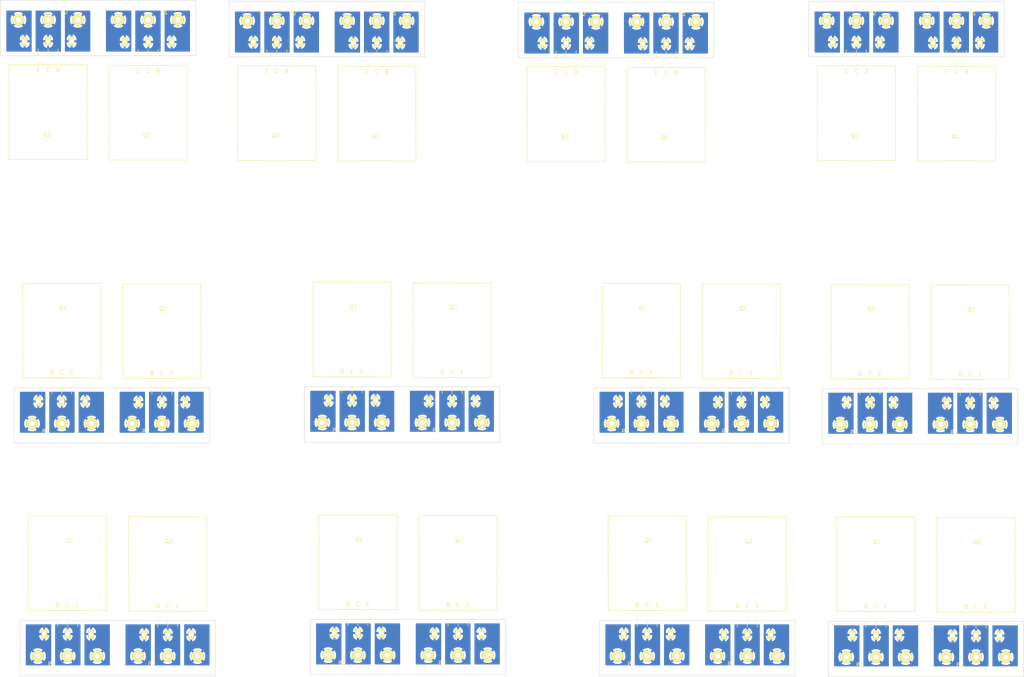
<source format=kicad_pcb>
(kicad_pcb (version 4) (host pcbnew "(after 2015-mar-04 BZR unknown)-product")
  (layers (0 F.Cu signal) (31 B.Cu signal) (34 B.Paste user) (35 F.Paste user) (36 B.SilkS user) (37 F.SilkS user) (38 B.Mask user) (39 F.Mask user) (44 Edge.Cuts user))
  (net 0 "")
  (net 1 "Net-(P1-Pad1)")
  (net 2 "Net-(P1-Pad2)")
  (net 3 "Net-(P1-Pad3)")
  (net 4 "Net-(P2-Pad1)")
  (net 5 "Net-(P2-Pad2)")
  (net 6 "Net-(P2-Pad3)")
  (module pcb:transistor_salida (layer F.Cu) (at 134.05 119.9)
    (fp_text reference Q2 (at 0.29972 -23.91016) (layer F.SilkS))
    (fp_text value Q_NPN_BCE)
    (fp_text user E (at 2.54 -7.39) (layer F.SilkS))
    (fp_text user C (at 0 -7.39) (layer F.SilkS))
    (fp_text user B (at -2.54 -7.39) (layer F.SilkS))
    (pad 2 thru_hole oval (at 0 0 90) (size 2.49936 1.50114) (drill 1.00076) (layers *.Cu *.Mask F.SilkS) (net 5 "Net-(P2-Pad2)"))
    (pad 1 thru_hole oval (at -6 0 90) (size 2.49936 1.50114) (drill 1.00076) (layers *.Cu *.Mask F.SilkS) (net 4 "Net-(P2-Pad1)"))
    (pad 3 thru_hole oval (at 6 0 90) (size 2.49936 1.50114) (drill 1.00076) (layers *.Cu *.Mask F.SilkS) (net 6 "Net-(P2-Pad3)"))
  )
  (module pcb:transistor_salida (layer F.Cu) (at 108.45 119.725)
    (fp_text reference Q1 (at 0.29972 -23.91016) (layer F.SilkS))
    (fp_text value Q_NPN_BCE)
    (fp_text user E (at 2.54 -7.39) (layer F.SilkS))
    (fp_text user C (at 0 -7.39) (layer F.SilkS))
    (fp_text user B (at -2.54 -7.39) (layer F.SilkS))
    (pad 2 thru_hole oval (at 0 0 90) (size 2.49936 1.50114) (drill 1.00076) (layers *.Cu *.Mask F.SilkS) (net 2 "Net-(P1-Pad2)"))
    (pad 1 thru_hole oval (at -6 0 90) (size 2.49936 1.50114) (drill 1.00076) (layers *.Cu *.Mask F.SilkS) (net 1 "Net-(P1-Pad1)"))
    (pad 3 thru_hole oval (at 6 0 90) (size 2.49936 1.50114) (drill 1.00076) (layers *.Cu *.Mask F.SilkS) (net 3 "Net-(P1-Pad3)"))
  )
  (module pcb:bornera_grande (layer F.Cu) (at 126.45 125.375)
    (fp_text reference P2 (at 3.5 2) (layer F.SilkS))
    (fp_text value CONN_01X03)
    (pad 1 thru_hole circle (at 0 0) (size 3 3) (drill 1.3) (layers *.Mask B.Cu F.SilkS) (net 4 "Net-(P2-Pad1)") (clearance 0.3))
    (pad 2 thru_hole circle (at 7.6 0) (size 3 3) (drill 1.3) (layers *.Mask B.Cu F.SilkS) (net 5 "Net-(P2-Pad2)") (clearance 0.3))
    (pad 3 thru_hole circle (at 15.2 0) (size 3 3) (drill 1.3) (layers *.Mask B.Cu F.SilkS) (net 6 "Net-(P2-Pad3)") (clearance 0.3))
  )
  (module pcb:bornera_grande (layer F.Cu) (at 100.85 125.375)
    (fp_text reference P1 (at 3.5 2) (layer F.SilkS))
    (fp_text value CONN_01X03)
    (pad 1 thru_hole circle (at 0 0) (size 3 3) (drill 1.3) (layers *.Mask B.Cu F.SilkS) (net 1 "Net-(P1-Pad1)") (clearance 0.3))
    (pad 2 thru_hole circle (at 7.6 0) (size 3 3) (drill 1.3) (layers *.Mask B.Cu F.SilkS) (net 2 "Net-(P1-Pad2)") (clearance 0.3))
    (pad 3 thru_hole circle (at 15.2 0) (size 3 3) (drill 1.3) (layers *.Mask B.Cu F.SilkS) (net 3 "Net-(P1-Pad3)") (clearance 0.3))
  )
  (module pcb:bornera_grande (layer F.Cu) (at 26.6 125.625)
    (fp_text reference P1 (at 3.5 2) (layer F.SilkS))
    (fp_text value CONN_01X03)
    (pad 1 thru_hole circle (at 0 0) (size 3 3) (drill 1.3) (layers *.Mask B.Cu F.SilkS) (net 1 "Net-(P1-Pad1)") (clearance 0.3))
    (pad 2 thru_hole circle (at 7.6 0) (size 3 3) (drill 1.3) (layers *.Mask B.Cu F.SilkS) (net 2 "Net-(P1-Pad2)") (clearance 0.3))
    (pad 3 thru_hole circle (at 15.2 0) (size 3 3) (drill 1.3) (layers *.Mask B.Cu F.SilkS) (net 3 "Net-(P1-Pad3)") (clearance 0.3))
  )
  (module pcb:bornera_grande (layer F.Cu) (at 52.2 125.625)
    (fp_text reference P2 (at 3.5 2) (layer F.SilkS))
    (fp_text value CONN_01X03)
    (pad 1 thru_hole circle (at 0 0) (size 3 3) (drill 1.3) (layers *.Mask B.Cu F.SilkS) (net 4 "Net-(P2-Pad1)") (clearance 0.3))
    (pad 2 thru_hole circle (at 7.6 0) (size 3 3) (drill 1.3) (layers *.Mask B.Cu F.SilkS) (net 5 "Net-(P2-Pad2)") (clearance 0.3))
    (pad 3 thru_hole circle (at 15.2 0) (size 3 3) (drill 1.3) (layers *.Mask B.Cu F.SilkS) (net 6 "Net-(P2-Pad3)") (clearance 0.3))
  )
  (module pcb:transistor_salida (layer F.Cu) (at 34.2 119.975)
    (fp_text reference Q1 (at 0.29972 -23.91016) (layer F.SilkS))
    (fp_text value Q_NPN_BCE)
    (fp_text user E (at 2.54 -7.39) (layer F.SilkS))
    (fp_text user C (at 0 -7.39) (layer F.SilkS))
    (fp_text user B (at -2.54 -7.39) (layer F.SilkS))
    (pad 2 thru_hole oval (at 0 0 90) (size 2.49936 1.50114) (drill 1.00076) (layers *.Cu *.Mask F.SilkS) (net 2 "Net-(P1-Pad2)"))
    (pad 1 thru_hole oval (at -6 0 90) (size 2.49936 1.50114) (drill 1.00076) (layers *.Cu *.Mask F.SilkS) (net 1 "Net-(P1-Pad1)"))
    (pad 3 thru_hole oval (at 6 0 90) (size 2.49936 1.50114) (drill 1.00076) (layers *.Cu *.Mask F.SilkS) (net 3 "Net-(P1-Pad3)"))
  )
  (module pcb:transistor_salida (layer F.Cu) (at 59.8 120.15)
    (fp_text reference Q2 (at 0.29972 -23.91016) (layer F.SilkS))
    (fp_text value Q_NPN_BCE)
    (fp_text user E (at 2.54 -7.39) (layer F.SilkS))
    (fp_text user C (at 0 -7.39) (layer F.SilkS))
    (fp_text user B (at -2.54 -7.39) (layer F.SilkS))
    (pad 2 thru_hole oval (at 0 0 90) (size 2.49936 1.50114) (drill 1.00076) (layers *.Cu *.Mask F.SilkS) (net 5 "Net-(P2-Pad2)"))
    (pad 1 thru_hole oval (at -6 0 90) (size 2.49936 1.50114) (drill 1.00076) (layers *.Cu *.Mask F.SilkS) (net 4 "Net-(P2-Pad1)"))
    (pad 3 thru_hole oval (at 6 0 90) (size 2.49936 1.50114) (drill 1.00076) (layers *.Cu *.Mask F.SilkS) (net 6 "Net-(P2-Pad3)"))
  )
  (module pcb:transistor_salida (layer F.Cu) (at 208.05 120.15)
    (fp_text reference Q2 (at 0.29972 -23.91016) (layer F.SilkS))
    (fp_text value Q_NPN_BCE)
    (fp_text user E (at 2.54 -7.39) (layer F.SilkS))
    (fp_text user C (at 0 -7.39) (layer F.SilkS))
    (fp_text user B (at -2.54 -7.39) (layer F.SilkS))
    (pad 2 thru_hole oval (at 0 0 90) (size 2.49936 1.50114) (drill 1.00076) (layers *.Cu *.Mask F.SilkS) (net 5 "Net-(P2-Pad2)"))
    (pad 1 thru_hole oval (at -6 0 90) (size 2.49936 1.50114) (drill 1.00076) (layers *.Cu *.Mask F.SilkS) (net 4 "Net-(P2-Pad1)"))
    (pad 3 thru_hole oval (at 6 0 90) (size 2.49936 1.50114) (drill 1.00076) (layers *.Cu *.Mask F.SilkS) (net 6 "Net-(P2-Pad3)"))
  )
  (module pcb:transistor_salida (layer F.Cu) (at 182.45 119.975)
    (fp_text reference Q1 (at 0.29972 -23.91016) (layer F.SilkS))
    (fp_text value Q_NPN_BCE)
    (fp_text user E (at 2.54 -7.39) (layer F.SilkS))
    (fp_text user C (at 0 -7.39) (layer F.SilkS))
    (fp_text user B (at -2.54 -7.39) (layer F.SilkS))
    (pad 2 thru_hole oval (at 0 0 90) (size 2.49936 1.50114) (drill 1.00076) (layers *.Cu *.Mask F.SilkS) (net 2 "Net-(P1-Pad2)"))
    (pad 1 thru_hole oval (at -6 0 90) (size 2.49936 1.50114) (drill 1.00076) (layers *.Cu *.Mask F.SilkS) (net 1 "Net-(P1-Pad1)"))
    (pad 3 thru_hole oval (at 6 0 90) (size 2.49936 1.50114) (drill 1.00076) (layers *.Cu *.Mask F.SilkS) (net 3 "Net-(P1-Pad3)"))
  )
  (module pcb:bornera_grande (layer F.Cu) (at 200.45 125.625)
    (fp_text reference P2 (at 3.5 2) (layer F.SilkS))
    (fp_text value CONN_01X03)
    (pad 1 thru_hole circle (at 0 0) (size 3 3) (drill 1.3) (layers *.Mask B.Cu F.SilkS) (net 4 "Net-(P2-Pad1)") (clearance 0.3))
    (pad 2 thru_hole circle (at 7.6 0) (size 3 3) (drill 1.3) (layers *.Mask B.Cu F.SilkS) (net 5 "Net-(P2-Pad2)") (clearance 0.3))
    (pad 3 thru_hole circle (at 15.2 0) (size 3 3) (drill 1.3) (layers *.Mask B.Cu F.SilkS) (net 6 "Net-(P2-Pad3)") (clearance 0.3))
  )
  (module pcb:bornera_grande (layer F.Cu) (at 174.85 125.625)
    (fp_text reference P1 (at 3.5 2) (layer F.SilkS))
    (fp_text value CONN_01X03)
    (pad 1 thru_hole circle (at 0 0) (size 3 3) (drill 1.3) (layers *.Mask B.Cu F.SilkS) (net 1 "Net-(P1-Pad1)") (clearance 0.3))
    (pad 2 thru_hole circle (at 7.6 0) (size 3 3) (drill 1.3) (layers *.Mask B.Cu F.SilkS) (net 2 "Net-(P1-Pad2)") (clearance 0.3))
    (pad 3 thru_hole circle (at 15.2 0) (size 3 3) (drill 1.3) (layers *.Mask B.Cu F.SilkS) (net 3 "Net-(P1-Pad3)") (clearance 0.3))
  )
  (module pcb:bornera_grande (layer F.Cu) (at 233.35 125.875)
    (fp_text reference P1 (at 3.5 2) (layer F.SilkS))
    (fp_text value CONN_01X03)
    (pad 1 thru_hole circle (at 0 0) (size 3 3) (drill 1.3) (layers *.Mask B.Cu F.SilkS) (net 1 "Net-(P1-Pad1)") (clearance 0.3))
    (pad 2 thru_hole circle (at 7.6 0) (size 3 3) (drill 1.3) (layers *.Mask B.Cu F.SilkS) (net 2 "Net-(P1-Pad2)") (clearance 0.3))
    (pad 3 thru_hole circle (at 15.2 0) (size 3 3) (drill 1.3) (layers *.Mask B.Cu F.SilkS) (net 3 "Net-(P1-Pad3)") (clearance 0.3))
  )
  (module pcb:bornera_grande (layer F.Cu) (at 258.95 125.875)
    (fp_text reference P2 (at 3.5 2) (layer F.SilkS))
    (fp_text value CONN_01X03)
    (pad 1 thru_hole circle (at 0 0) (size 3 3) (drill 1.3) (layers *.Mask B.Cu F.SilkS) (net 4 "Net-(P2-Pad1)") (clearance 0.3))
    (pad 2 thru_hole circle (at 7.6 0) (size 3 3) (drill 1.3) (layers *.Mask B.Cu F.SilkS) (net 5 "Net-(P2-Pad2)") (clearance 0.3))
    (pad 3 thru_hole circle (at 15.2 0) (size 3 3) (drill 1.3) (layers *.Mask B.Cu F.SilkS) (net 6 "Net-(P2-Pad3)") (clearance 0.3))
  )
  (module pcb:transistor_salida (layer F.Cu) (at 240.95 120.225)
    (fp_text reference Q1 (at 0.29972 -23.91016) (layer F.SilkS))
    (fp_text value Q_NPN_BCE)
    (fp_text user E (at 2.54 -7.39) (layer F.SilkS))
    (fp_text user C (at 0 -7.39) (layer F.SilkS))
    (fp_text user B (at -2.54 -7.39) (layer F.SilkS))
    (pad 2 thru_hole oval (at 0 0 90) (size 2.49936 1.50114) (drill 1.00076) (layers *.Cu *.Mask F.SilkS) (net 2 "Net-(P1-Pad2)"))
    (pad 1 thru_hole oval (at -6 0 90) (size 2.49936 1.50114) (drill 1.00076) (layers *.Cu *.Mask F.SilkS) (net 1 "Net-(P1-Pad1)"))
    (pad 3 thru_hole oval (at 6 0 90) (size 2.49936 1.50114) (drill 1.00076) (layers *.Cu *.Mask F.SilkS) (net 3 "Net-(P1-Pad3)"))
  )
  (module pcb:transistor_salida (layer F.Cu) (at 266.55 120.4)
    (fp_text reference Q2 (at 0.29972 -23.91016) (layer F.SilkS))
    (fp_text value Q_NPN_BCE)
    (fp_text user E (at 2.54 -7.39) (layer F.SilkS))
    (fp_text user C (at 0 -7.39) (layer F.SilkS))
    (fp_text user B (at -2.54 -7.39) (layer F.SilkS))
    (pad 2 thru_hole oval (at 0 0 90) (size 2.49936 1.50114) (drill 1.00076) (layers *.Cu *.Mask F.SilkS) (net 5 "Net-(P2-Pad2)"))
    (pad 1 thru_hole oval (at -6 0 90) (size 2.49936 1.50114) (drill 1.00076) (layers *.Cu *.Mask F.SilkS) (net 4 "Net-(P2-Pad1)"))
    (pad 3 thru_hole oval (at 6 0 90) (size 2.49936 1.50114) (drill 1.00076) (layers *.Cu *.Mask F.SilkS) (net 6 "Net-(P2-Pad3)"))
  )
  (module pcb:transistor_salida (layer F.Cu) (at 268.05 179.9)
    (fp_text reference Q2 (at 0.29972 -23.91016) (layer F.SilkS))
    (fp_text value Q_NPN_BCE)
    (fp_text user E (at 2.54 -7.39) (layer F.SilkS))
    (fp_text user C (at 0 -7.39) (layer F.SilkS))
    (fp_text user B (at -2.54 -7.39) (layer F.SilkS))
    (pad 2 thru_hole oval (at 0 0 90) (size 2.49936 1.50114) (drill 1.00076) (layers *.Cu *.Mask F.SilkS) (net 5 "Net-(P2-Pad2)"))
    (pad 1 thru_hole oval (at -6 0 90) (size 2.49936 1.50114) (drill 1.00076) (layers *.Cu *.Mask F.SilkS) (net 4 "Net-(P2-Pad1)"))
    (pad 3 thru_hole oval (at 6 0 90) (size 2.49936 1.50114) (drill 1.00076) (layers *.Cu *.Mask F.SilkS) (net 6 "Net-(P2-Pad3)"))
  )
  (module pcb:transistor_salida (layer F.Cu) (at 242.45 179.725)
    (fp_text reference Q1 (at 0.29972 -23.91016) (layer F.SilkS))
    (fp_text value Q_NPN_BCE)
    (fp_text user E (at 2.54 -7.39) (layer F.SilkS))
    (fp_text user C (at 0 -7.39) (layer F.SilkS))
    (fp_text user B (at -2.54 -7.39) (layer F.SilkS))
    (pad 2 thru_hole oval (at 0 0 90) (size 2.49936 1.50114) (drill 1.00076) (layers *.Cu *.Mask F.SilkS) (net 2 "Net-(P1-Pad2)"))
    (pad 1 thru_hole oval (at -6 0 90) (size 2.49936 1.50114) (drill 1.00076) (layers *.Cu *.Mask F.SilkS) (net 1 "Net-(P1-Pad1)"))
    (pad 3 thru_hole oval (at 6 0 90) (size 2.49936 1.50114) (drill 1.00076) (layers *.Cu *.Mask F.SilkS) (net 3 "Net-(P1-Pad3)"))
  )
  (module pcb:bornera_grande (layer F.Cu) (at 260.45 185.375)
    (fp_text reference P2 (at 3.5 2) (layer F.SilkS))
    (fp_text value CONN_01X03)
    (pad 1 thru_hole circle (at 0 0) (size 3 3) (drill 1.3) (layers *.Mask B.Cu F.SilkS) (net 4 "Net-(P2-Pad1)") (clearance 0.3))
    (pad 2 thru_hole circle (at 7.6 0) (size 3 3) (drill 1.3) (layers *.Mask B.Cu F.SilkS) (net 5 "Net-(P2-Pad2)") (clearance 0.3))
    (pad 3 thru_hole circle (at 15.2 0) (size 3 3) (drill 1.3) (layers *.Mask B.Cu F.SilkS) (net 6 "Net-(P2-Pad3)") (clearance 0.3))
  )
  (module pcb:bornera_grande (layer F.Cu) (at 234.85 185.375)
    (fp_text reference P1 (at 3.5 2) (layer F.SilkS))
    (fp_text value CONN_01X03)
    (pad 1 thru_hole circle (at 0 0) (size 3 3) (drill 1.3) (layers *.Mask B.Cu F.SilkS) (net 1 "Net-(P1-Pad1)") (clearance 0.3))
    (pad 2 thru_hole circle (at 7.6 0) (size 3 3) (drill 1.3) (layers *.Mask B.Cu F.SilkS) (net 2 "Net-(P1-Pad2)") (clearance 0.3))
    (pad 3 thru_hole circle (at 15.2 0) (size 3 3) (drill 1.3) (layers *.Mask B.Cu F.SilkS) (net 3 "Net-(P1-Pad3)") (clearance 0.3))
  )
  (module pcb:bornera_grande (layer F.Cu) (at 176.35 185.125)
    (fp_text reference P1 (at 3.5 2) (layer F.SilkS))
    (fp_text value CONN_01X03)
    (pad 1 thru_hole circle (at 0 0) (size 3 3) (drill 1.3) (layers *.Mask B.Cu F.SilkS) (net 1 "Net-(P1-Pad1)") (clearance 0.3))
    (pad 2 thru_hole circle (at 7.6 0) (size 3 3) (drill 1.3) (layers *.Mask B.Cu F.SilkS) (net 2 "Net-(P1-Pad2)") (clearance 0.3))
    (pad 3 thru_hole circle (at 15.2 0) (size 3 3) (drill 1.3) (layers *.Mask B.Cu F.SilkS) (net 3 "Net-(P1-Pad3)") (clearance 0.3))
  )
  (module pcb:bornera_grande (layer F.Cu) (at 201.95 185.125)
    (fp_text reference P2 (at 3.5 2) (layer F.SilkS))
    (fp_text value CONN_01X03)
    (pad 1 thru_hole circle (at 0 0) (size 3 3) (drill 1.3) (layers *.Mask B.Cu F.SilkS) (net 4 "Net-(P2-Pad1)") (clearance 0.3))
    (pad 2 thru_hole circle (at 7.6 0) (size 3 3) (drill 1.3) (layers *.Mask B.Cu F.SilkS) (net 5 "Net-(P2-Pad2)") (clearance 0.3))
    (pad 3 thru_hole circle (at 15.2 0) (size 3 3) (drill 1.3) (layers *.Mask B.Cu F.SilkS) (net 6 "Net-(P2-Pad3)") (clearance 0.3))
  )
  (module pcb:transistor_salida (layer F.Cu) (at 183.95 179.475)
    (fp_text reference Q1 (at 0.29972 -23.91016) (layer F.SilkS))
    (fp_text value Q_NPN_BCE)
    (fp_text user E (at 2.54 -7.39) (layer F.SilkS))
    (fp_text user C (at 0 -7.39) (layer F.SilkS))
    (fp_text user B (at -2.54 -7.39) (layer F.SilkS))
    (pad 2 thru_hole oval (at 0 0 90) (size 2.49936 1.50114) (drill 1.00076) (layers *.Cu *.Mask F.SilkS) (net 2 "Net-(P1-Pad2)"))
    (pad 1 thru_hole oval (at -6 0 90) (size 2.49936 1.50114) (drill 1.00076) (layers *.Cu *.Mask F.SilkS) (net 1 "Net-(P1-Pad1)"))
    (pad 3 thru_hole oval (at 6 0 90) (size 2.49936 1.50114) (drill 1.00076) (layers *.Cu *.Mask F.SilkS) (net 3 "Net-(P1-Pad3)"))
  )
  (module pcb:transistor_salida (layer F.Cu) (at 209.55 179.65)
    (fp_text reference Q2 (at 0.29972 -23.91016) (layer F.SilkS))
    (fp_text value Q_NPN_BCE)
    (fp_text user E (at 2.54 -7.39) (layer F.SilkS))
    (fp_text user C (at 0 -7.39) (layer F.SilkS))
    (fp_text user B (at -2.54 -7.39) (layer F.SilkS))
    (pad 2 thru_hole oval (at 0 0 90) (size 2.49936 1.50114) (drill 1.00076) (layers *.Cu *.Mask F.SilkS) (net 5 "Net-(P2-Pad2)"))
    (pad 1 thru_hole oval (at -6 0 90) (size 2.49936 1.50114) (drill 1.00076) (layers *.Cu *.Mask F.SilkS) (net 4 "Net-(P2-Pad1)"))
    (pad 3 thru_hole oval (at 6 0 90) (size 2.49936 1.50114) (drill 1.00076) (layers *.Cu *.Mask F.SilkS) (net 6 "Net-(P2-Pad3)"))
  )
  (module pcb:transistor_salida (layer F.Cu) (at 61.3 179.65)
    (fp_text reference Q2 (at 0.29972 -23.91016) (layer F.SilkS))
    (fp_text value Q_NPN_BCE)
    (fp_text user E (at 2.54 -7.39) (layer F.SilkS))
    (fp_text user C (at 0 -7.39) (layer F.SilkS))
    (fp_text user B (at -2.54 -7.39) (layer F.SilkS))
    (pad 2 thru_hole oval (at 0 0 90) (size 2.49936 1.50114) (drill 1.00076) (layers *.Cu *.Mask F.SilkS) (net 5 "Net-(P2-Pad2)"))
    (pad 1 thru_hole oval (at -6 0 90) (size 2.49936 1.50114) (drill 1.00076) (layers *.Cu *.Mask F.SilkS) (net 4 "Net-(P2-Pad1)"))
    (pad 3 thru_hole oval (at 6 0 90) (size 2.49936 1.50114) (drill 1.00076) (layers *.Cu *.Mask F.SilkS) (net 6 "Net-(P2-Pad3)"))
  )
  (module pcb:transistor_salida (layer F.Cu) (at 35.7 179.475)
    (fp_text reference Q1 (at 0.29972 -23.91016) (layer F.SilkS))
    (fp_text value Q_NPN_BCE)
    (fp_text user E (at 2.54 -7.39) (layer F.SilkS))
    (fp_text user C (at 0 -7.39) (layer F.SilkS))
    (fp_text user B (at -2.54 -7.39) (layer F.SilkS))
    (pad 2 thru_hole oval (at 0 0 90) (size 2.49936 1.50114) (drill 1.00076) (layers *.Cu *.Mask F.SilkS) (net 2 "Net-(P1-Pad2)"))
    (pad 1 thru_hole oval (at -6 0 90) (size 2.49936 1.50114) (drill 1.00076) (layers *.Cu *.Mask F.SilkS) (net 1 "Net-(P1-Pad1)"))
    (pad 3 thru_hole oval (at 6 0 90) (size 2.49936 1.50114) (drill 1.00076) (layers *.Cu *.Mask F.SilkS) (net 3 "Net-(P1-Pad3)"))
  )
  (module pcb:bornera_grande (layer F.Cu) (at 53.7 185.125)
    (fp_text reference P2 (at 3.5 2) (layer F.SilkS))
    (fp_text value CONN_01X03)
    (pad 1 thru_hole circle (at 0 0) (size 3 3) (drill 1.3) (layers *.Mask B.Cu F.SilkS) (net 4 "Net-(P2-Pad1)") (clearance 0.3))
    (pad 2 thru_hole circle (at 7.6 0) (size 3 3) (drill 1.3) (layers *.Mask B.Cu F.SilkS) (net 5 "Net-(P2-Pad2)") (clearance 0.3))
    (pad 3 thru_hole circle (at 15.2 0) (size 3 3) (drill 1.3) (layers *.Mask B.Cu F.SilkS) (net 6 "Net-(P2-Pad3)") (clearance 0.3))
  )
  (module pcb:bornera_grande (layer F.Cu) (at 28.1 185.125)
    (fp_text reference P1 (at 3.5 2) (layer F.SilkS))
    (fp_text value CONN_01X03)
    (pad 1 thru_hole circle (at 0 0) (size 3 3) (drill 1.3) (layers *.Mask B.Cu F.SilkS) (net 1 "Net-(P1-Pad1)") (clearance 0.3))
    (pad 2 thru_hole circle (at 7.6 0) (size 3 3) (drill 1.3) (layers *.Mask B.Cu F.SilkS) (net 2 "Net-(P1-Pad2)") (clearance 0.3))
    (pad 3 thru_hole circle (at 15.2 0) (size 3 3) (drill 1.3) (layers *.Mask B.Cu F.SilkS) (net 3 "Net-(P1-Pad3)") (clearance 0.3))
  )
  (module pcb:bornera_grande (layer F.Cu) (at 102.35 184.875)
    (fp_text reference P1 (at 3.5 2) (layer F.SilkS))
    (fp_text value CONN_01X03)
    (pad 1 thru_hole circle (at 0 0) (size 3 3) (drill 1.3) (layers *.Mask B.Cu F.SilkS) (net 1 "Net-(P1-Pad1)") (clearance 0.3))
    (pad 2 thru_hole circle (at 7.6 0) (size 3 3) (drill 1.3) (layers *.Mask B.Cu F.SilkS) (net 2 "Net-(P1-Pad2)") (clearance 0.3))
    (pad 3 thru_hole circle (at 15.2 0) (size 3 3) (drill 1.3) (layers *.Mask B.Cu F.SilkS) (net 3 "Net-(P1-Pad3)") (clearance 0.3))
  )
  (module pcb:bornera_grande (layer F.Cu) (at 127.95 184.875)
    (fp_text reference P2 (at 3.5 2) (layer F.SilkS))
    (fp_text value CONN_01X03)
    (pad 1 thru_hole circle (at 0 0) (size 3 3) (drill 1.3) (layers *.Mask B.Cu F.SilkS) (net 4 "Net-(P2-Pad1)") (clearance 0.3))
    (pad 2 thru_hole circle (at 7.6 0) (size 3 3) (drill 1.3) (layers *.Mask B.Cu F.SilkS) (net 5 "Net-(P2-Pad2)") (clearance 0.3))
    (pad 3 thru_hole circle (at 15.2 0) (size 3 3) (drill 1.3) (layers *.Mask B.Cu F.SilkS) (net 6 "Net-(P2-Pad3)") (clearance 0.3))
  )
  (module pcb:transistor_salida (layer F.Cu) (at 109.95 179.225)
    (fp_text reference Q1 (at 0.29972 -23.91016) (layer F.SilkS))
    (fp_text value Q_NPN_BCE)
    (fp_text user E (at 2.54 -7.39) (layer F.SilkS))
    (fp_text user C (at 0 -7.39) (layer F.SilkS))
    (fp_text user B (at -2.54 -7.39) (layer F.SilkS))
    (pad 2 thru_hole oval (at 0 0 90) (size 2.49936 1.50114) (drill 1.00076) (layers *.Cu *.Mask F.SilkS) (net 2 "Net-(P1-Pad2)"))
    (pad 1 thru_hole oval (at -6 0 90) (size 2.49936 1.50114) (drill 1.00076) (layers *.Cu *.Mask F.SilkS) (net 1 "Net-(P1-Pad1)"))
    (pad 3 thru_hole oval (at 6 0 90) (size 2.49936 1.50114) (drill 1.00076) (layers *.Cu *.Mask F.SilkS) (net 3 "Net-(P1-Pad3)"))
  )
  (module pcb:transistor_salida (layer F.Cu) (at 135.55 179.4)
    (fp_text reference Q2 (at 0.29972 -23.91016) (layer F.SilkS))
    (fp_text value Q_NPN_BCE)
    (fp_text user E (at 2.54 -7.39) (layer F.SilkS))
    (fp_text user C (at 0 -7.39) (layer F.SilkS))
    (fp_text user B (at -2.54 -7.39) (layer F.SilkS))
    (pad 2 thru_hole oval (at 0 0 90) (size 2.49936 1.50114) (drill 1.00076) (layers *.Cu *.Mask F.SilkS) (net 5 "Net-(P2-Pad2)"))
    (pad 1 thru_hole oval (at -6 0 90) (size 2.49936 1.50114) (drill 1.00076) (layers *.Cu *.Mask F.SilkS) (net 4 "Net-(P2-Pad1)"))
    (pad 3 thru_hole oval (at 6 0 90) (size 2.49936 1.50114) (drill 1.00076) (layers *.Cu *.Mask F.SilkS) (net 6 "Net-(P2-Pad3)"))
  )
  (module pcb:transistor_salida (layer F.Cu) (at 163.2 28.35 180)
    (fp_text reference Q2 (at 0.29972 -23.91016 180) (layer F.SilkS))
    (fp_text value Q_NPN_BCE)
    (fp_text user E (at 2.54 -7.39 180) (layer F.SilkS))
    (fp_text user C (at 0 -7.39 180) (layer F.SilkS))
    (fp_text user B (at -2.54 -7.39 180) (layer F.SilkS))
    (pad 2 thru_hole oval (at 0 0 270) (size 2.49936 1.50114) (drill 1.00076) (layers *.Cu *.Mask F.SilkS) (net 5 "Net-(P2-Pad2)"))
    (pad 1 thru_hole oval (at -6 0 270) (size 2.49936 1.50114) (drill 1.00076) (layers *.Cu *.Mask F.SilkS) (net 4 "Net-(P2-Pad1)"))
    (pad 3 thru_hole oval (at 6 0 270) (size 2.49936 1.50114) (drill 1.00076) (layers *.Cu *.Mask F.SilkS) (net 6 "Net-(P2-Pad3)"))
  )
  (module pcb:transistor_salida (layer F.Cu) (at 188.8 28.525 180)
    (fp_text reference Q1 (at 0.29972 -23.91016 180) (layer F.SilkS))
    (fp_text value Q_NPN_BCE)
    (fp_text user E (at 2.54 -7.39 180) (layer F.SilkS))
    (fp_text user C (at 0 -7.39 180) (layer F.SilkS))
    (fp_text user B (at -2.54 -7.39 180) (layer F.SilkS))
    (pad 2 thru_hole oval (at 0 0 270) (size 2.49936 1.50114) (drill 1.00076) (layers *.Cu *.Mask F.SilkS) (net 2 "Net-(P1-Pad2)"))
    (pad 1 thru_hole oval (at -6 0 270) (size 2.49936 1.50114) (drill 1.00076) (layers *.Cu *.Mask F.SilkS) (net 1 "Net-(P1-Pad1)"))
    (pad 3 thru_hole oval (at 6 0 270) (size 2.49936 1.50114) (drill 1.00076) (layers *.Cu *.Mask F.SilkS) (net 3 "Net-(P1-Pad3)"))
  )
  (module pcb:bornera_grande (layer F.Cu) (at 170.8 22.875 180)
    (fp_text reference P2 (at 3.5 2 180) (layer F.SilkS))
    (fp_text value CONN_01X03)
    (pad 1 thru_hole circle (at 0 0 180) (size 3 3) (drill 1.3) (layers *.Mask B.Cu F.SilkS) (net 4 "Net-(P2-Pad1)") (clearance 0.3))
    (pad 2 thru_hole circle (at 7.6 0 180) (size 3 3) (drill 1.3) (layers *.Mask B.Cu F.SilkS) (net 5 "Net-(P2-Pad2)") (clearance 0.3))
    (pad 3 thru_hole circle (at 15.2 0 180) (size 3 3) (drill 1.3) (layers *.Mask B.Cu F.SilkS) (net 6 "Net-(P2-Pad3)") (clearance 0.3))
  )
  (module pcb:bornera_grande (layer F.Cu) (at 196.4 22.875 180)
    (fp_text reference P1 (at 3.5 2 180) (layer F.SilkS))
    (fp_text value CONN_01X03)
    (pad 1 thru_hole circle (at 0 0 180) (size 3 3) (drill 1.3) (layers *.Mask B.Cu F.SilkS) (net 1 "Net-(P1-Pad1)") (clearance 0.3))
    (pad 2 thru_hole circle (at 7.6 0 180) (size 3 3) (drill 1.3) (layers *.Mask B.Cu F.SilkS) (net 2 "Net-(P1-Pad2)") (clearance 0.3))
    (pad 3 thru_hole circle (at 15.2 0 180) (size 3 3) (drill 1.3) (layers *.Mask B.Cu F.SilkS) (net 3 "Net-(P1-Pad3)") (clearance 0.3))
  )
  (module pcb:bornera_grande (layer F.Cu) (at 270.65 22.625 180)
    (fp_text reference P1 (at 3.5 2 180) (layer F.SilkS))
    (fp_text value CONN_01X03)
    (pad 1 thru_hole circle (at 0 0 180) (size 3 3) (drill 1.3) (layers *.Mask B.Cu F.SilkS) (net 1 "Net-(P1-Pad1)") (clearance 0.3))
    (pad 2 thru_hole circle (at 7.6 0 180) (size 3 3) (drill 1.3) (layers *.Mask B.Cu F.SilkS) (net 2 "Net-(P1-Pad2)") (clearance 0.3))
    (pad 3 thru_hole circle (at 15.2 0 180) (size 3 3) (drill 1.3) (layers *.Mask B.Cu F.SilkS) (net 3 "Net-(P1-Pad3)") (clearance 0.3))
  )
  (module pcb:bornera_grande (layer F.Cu) (at 245.05 22.625 180)
    (fp_text reference P2 (at 3.5 2 180) (layer F.SilkS))
    (fp_text value CONN_01X03)
    (pad 1 thru_hole circle (at 0 0 180) (size 3 3) (drill 1.3) (layers *.Mask B.Cu F.SilkS) (net 4 "Net-(P2-Pad1)") (clearance 0.3))
    (pad 2 thru_hole circle (at 7.6 0 180) (size 3 3) (drill 1.3) (layers *.Mask B.Cu F.SilkS) (net 5 "Net-(P2-Pad2)") (clearance 0.3))
    (pad 3 thru_hole circle (at 15.2 0 180) (size 3 3) (drill 1.3) (layers *.Mask B.Cu F.SilkS) (net 6 "Net-(P2-Pad3)") (clearance 0.3))
  )
  (module pcb:transistor_salida (layer F.Cu) (at 263.05 28.275 180)
    (fp_text reference Q1 (at 0.29972 -23.91016 180) (layer F.SilkS))
    (fp_text value Q_NPN_BCE)
    (fp_text user E (at 2.54 -7.39 180) (layer F.SilkS))
    (fp_text user C (at 0 -7.39 180) (layer F.SilkS))
    (fp_text user B (at -2.54 -7.39 180) (layer F.SilkS))
    (pad 2 thru_hole oval (at 0 0 270) (size 2.49936 1.50114) (drill 1.00076) (layers *.Cu *.Mask F.SilkS) (net 2 "Net-(P1-Pad2)"))
    (pad 1 thru_hole oval (at -6 0 270) (size 2.49936 1.50114) (drill 1.00076) (layers *.Cu *.Mask F.SilkS) (net 1 "Net-(P1-Pad1)"))
    (pad 3 thru_hole oval (at 6 0 270) (size 2.49936 1.50114) (drill 1.00076) (layers *.Cu *.Mask F.SilkS) (net 3 "Net-(P1-Pad3)"))
  )
  (module pcb:transistor_salida (layer F.Cu) (at 237.45 28.1 180)
    (fp_text reference Q2 (at 0.29972 -23.91016 180) (layer F.SilkS))
    (fp_text value Q_NPN_BCE)
    (fp_text user E (at 2.54 -7.39 180) (layer F.SilkS))
    (fp_text user C (at 0 -7.39 180) (layer F.SilkS))
    (fp_text user B (at -2.54 -7.39 180) (layer F.SilkS))
    (pad 2 thru_hole oval (at 0 0 270) (size 2.49936 1.50114) (drill 1.00076) (layers *.Cu *.Mask F.SilkS) (net 5 "Net-(P2-Pad2)"))
    (pad 1 thru_hole oval (at -6 0 270) (size 2.49936 1.50114) (drill 1.00076) (layers *.Cu *.Mask F.SilkS) (net 4 "Net-(P2-Pad1)"))
    (pad 3 thru_hole oval (at 6 0 270) (size 2.49936 1.50114) (drill 1.00076) (layers *.Cu *.Mask F.SilkS) (net 6 "Net-(P2-Pad3)"))
  )
  (module pcb:transistor_salida (layer F.Cu) (at 89.2 28.1 180)
    (fp_text reference Q2 (at 0.29972 -23.91016 180) (layer F.SilkS))
    (fp_text value Q_NPN_BCE)
    (fp_text user E (at 2.54 -7.39 180) (layer F.SilkS))
    (fp_text user C (at 0 -7.39 180) (layer F.SilkS))
    (fp_text user B (at -2.54 -7.39 180) (layer F.SilkS))
    (pad 2 thru_hole oval (at 0 0 270) (size 2.49936 1.50114) (drill 1.00076) (layers *.Cu *.Mask F.SilkS) (net 5 "Net-(P2-Pad2)"))
    (pad 1 thru_hole oval (at -6 0 270) (size 2.49936 1.50114) (drill 1.00076) (layers *.Cu *.Mask F.SilkS) (net 4 "Net-(P2-Pad1)"))
    (pad 3 thru_hole oval (at 6 0 270) (size 2.49936 1.50114) (drill 1.00076) (layers *.Cu *.Mask F.SilkS) (net 6 "Net-(P2-Pad3)"))
  )
  (module pcb:transistor_salida (layer F.Cu) (at 114.8 28.275 180)
    (fp_text reference Q1 (at 0.29972 -23.91016 180) (layer F.SilkS))
    (fp_text value Q_NPN_BCE)
    (fp_text user E (at 2.54 -7.39 180) (layer F.SilkS))
    (fp_text user C (at 0 -7.39 180) (layer F.SilkS))
    (fp_text user B (at -2.54 -7.39 180) (layer F.SilkS))
    (pad 2 thru_hole oval (at 0 0 270) (size 2.49936 1.50114) (drill 1.00076) (layers *.Cu *.Mask F.SilkS) (net 2 "Net-(P1-Pad2)"))
    (pad 1 thru_hole oval (at -6 0 270) (size 2.49936 1.50114) (drill 1.00076) (layers *.Cu *.Mask F.SilkS) (net 1 "Net-(P1-Pad1)"))
    (pad 3 thru_hole oval (at 6 0 270) (size 2.49936 1.50114) (drill 1.00076) (layers *.Cu *.Mask F.SilkS) (net 3 "Net-(P1-Pad3)"))
  )
  (module pcb:bornera_grande (layer F.Cu) (at 96.8 22.625 180)
    (fp_text reference P2 (at 3.5 2 180) (layer F.SilkS))
    (fp_text value CONN_01X03)
    (pad 1 thru_hole circle (at 0 0 180) (size 3 3) (drill 1.3) (layers *.Mask B.Cu F.SilkS) (net 4 "Net-(P2-Pad1)") (clearance 0.3))
    (pad 2 thru_hole circle (at 7.6 0 180) (size 3 3) (drill 1.3) (layers *.Mask B.Cu F.SilkS) (net 5 "Net-(P2-Pad2)") (clearance 0.3))
    (pad 3 thru_hole circle (at 15.2 0 180) (size 3 3) (drill 1.3) (layers *.Mask B.Cu F.SilkS) (net 6 "Net-(P2-Pad3)") (clearance 0.3))
  )
  (module pcb:bornera_grande (layer F.Cu) (at 122.4 22.625 180)
    (fp_text reference P1 (at 3.5 2 180) (layer F.SilkS))
    (fp_text value CONN_01X03)
    (pad 1 thru_hole circle (at 0 0 180) (size 3 3) (drill 1.3) (layers *.Mask B.Cu F.SilkS) (net 1 "Net-(P1-Pad1)") (clearance 0.3))
    (pad 2 thru_hole circle (at 7.6 0 180) (size 3 3) (drill 1.3) (layers *.Mask B.Cu F.SilkS) (net 2 "Net-(P1-Pad2)") (clearance 0.3))
    (pad 3 thru_hole circle (at 15.2 0 180) (size 3 3) (drill 1.3) (layers *.Mask B.Cu F.SilkS) (net 3 "Net-(P1-Pad3)") (clearance 0.3))
  )
  (module pcb:bornera_grande (layer F.Cu) (at 63.9 22.375 180)
    (fp_text reference P1 (at 3.5 2 180) (layer F.SilkS))
    (fp_text value CONN_01X03)
    (pad 1 thru_hole circle (at 0 0 180) (size 3 3) (drill 1.3) (layers *.Mask B.Cu F.SilkS) (net 1 "Net-(P1-Pad1)") (clearance 0.3))
    (pad 2 thru_hole circle (at 7.6 0 180) (size 3 3) (drill 1.3) (layers *.Mask B.Cu F.SilkS) (net 2 "Net-(P1-Pad2)") (clearance 0.3))
    (pad 3 thru_hole circle (at 15.2 0 180) (size 3 3) (drill 1.3) (layers *.Mask B.Cu F.SilkS) (net 3 "Net-(P1-Pad3)") (clearance 0.3))
  )
  (module pcb:bornera_grande (layer F.Cu) (at 38.3 22.375 180)
    (fp_text reference P2 (at 3.5 2 180) (layer F.SilkS))
    (fp_text value CONN_01X03)
    (pad 1 thru_hole circle (at 0 0 180) (size 3 3) (drill 1.3) (layers *.Mask B.Cu F.SilkS) (net 4 "Net-(P2-Pad1)") (clearance 0.3))
    (pad 2 thru_hole circle (at 7.6 0 180) (size 3 3) (drill 1.3) (layers *.Mask B.Cu F.SilkS) (net 5 "Net-(P2-Pad2)") (clearance 0.3))
    (pad 3 thru_hole circle (at 15.2 0 180) (size 3 3) (drill 1.3) (layers *.Mask B.Cu F.SilkS) (net 6 "Net-(P2-Pad3)") (clearance 0.3))
  )
  (module pcb:transistor_salida (layer F.Cu) (at 56.3 28.025 180)
    (fp_text reference Q1 (at 0.29972 -23.91016 180) (layer F.SilkS))
    (fp_text value Q_NPN_BCE)
    (fp_text user E (at 2.54 -7.39 180) (layer F.SilkS))
    (fp_text user C (at 0 -7.39 180) (layer F.SilkS))
    (fp_text user B (at -2.54 -7.39 180) (layer F.SilkS))
    (pad 2 thru_hole oval (at 0 0 270) (size 2.49936 1.50114) (drill 1.00076) (layers *.Cu *.Mask F.SilkS) (net 2 "Net-(P1-Pad2)"))
    (pad 1 thru_hole oval (at -6 0 270) (size 2.49936 1.50114) (drill 1.00076) (layers *.Cu *.Mask F.SilkS) (net 1 "Net-(P1-Pad1)"))
    (pad 3 thru_hole oval (at 6 0 270) (size 2.49936 1.50114) (drill 1.00076) (layers *.Cu *.Mask F.SilkS) (net 3 "Net-(P1-Pad3)"))
  )
  (module pcb:transistor_salida (layer F.Cu) (at 30.7 27.85 180)
    (fp_text reference Q2 (at 0.29972 -23.91016 180) (layer F.SilkS))
    (fp_text value Q_NPN_BCE)
    (fp_text user E (at 2.54 -7.39 180) (layer F.SilkS))
    (fp_text user C (at 0 -7.39 180) (layer F.SilkS))
    (fp_text user B (at -2.54 -7.39 180) (layer F.SilkS))
    (pad 2 thru_hole oval (at 0 0 270) (size 2.49936 1.50114) (drill 1.00076) (layers *.Cu *.Mask F.SilkS) (net 5 "Net-(P2-Pad2)"))
    (pad 1 thru_hole oval (at -6 0 270) (size 2.49936 1.50114) (drill 1.00076) (layers *.Cu *.Mask F.SilkS) (net 4 "Net-(P2-Pad1)"))
    (pad 3 thru_hole oval (at 6 0 270) (size 2.49936 1.50114) (drill 1.00076) (layers *.Cu *.Mask F.SilkS) (net 6 "Net-(P2-Pad3)"))
  )
  (gr_line (start 146.25 116.175) (end 146.225 116.175) (angle 90) (layer F.SilkS) (width 0.2))
  (gr_line (start 146.25 130.4) (end 96.25 130.4) (angle 90) (layer Edge.Cuts) (width 0.1))
  (gr_line (start 96.25 130.4) (end 96.25 117.775) (angle 90) (layer Edge.Cuts) (width 0.1))
  (gr_line (start 146.25 117.775) (end 146.25 130.4) (angle 90) (layer Edge.Cuts) (width 0.1))
  (gr_line (start 96.25 117.775) (end 96.25 116.2) (angle 90) (layer Edge.Cuts) (width 0.1))
  (gr_line (start 96.25 116.2) (end 146.25 116.2) (angle 90) (layer Edge.Cuts) (width 0.1))
  (gr_line (start 146.25 116.2) (end 146.25 117.775) (angle 90) (layer Edge.Cuts) (width 0.1))
  (gr_line (start 146.25 117.775) (end 146.225 117.775) (angle 90) (layer Edge.Cuts) (width 0.1))
  (gr_line (start 72 118.025) (end 71.975 118.025) (angle 90) (layer Edge.Cuts) (width 0.1))
  (gr_line (start 72 116.45) (end 72 118.025) (angle 90) (layer Edge.Cuts) (width 0.1))
  (gr_line (start 22 116.45) (end 72 116.45) (angle 90) (layer Edge.Cuts) (width 0.1))
  (gr_line (start 22 118.025) (end 22 116.45) (angle 90) (layer Edge.Cuts) (width 0.1))
  (gr_line (start 72 118.025) (end 72 130.65) (angle 90) (layer Edge.Cuts) (width 0.1))
  (gr_line (start 22 130.65) (end 22 118.025) (angle 90) (layer Edge.Cuts) (width 0.1))
  (gr_line (start 72 130.65) (end 22 130.65) (angle 90) (layer Edge.Cuts) (width 0.1))
  (gr_line (start 72 116.425) (end 71.975 116.425) (angle 90) (layer F.SilkS) (width 0.2))
  (gr_line (start 220.25 116.425) (end 220.225 116.425) (angle 90) (layer F.SilkS) (width 0.2))
  (gr_line (start 220.25 130.65) (end 170.25 130.65) (angle 90) (layer Edge.Cuts) (width 0.1))
  (gr_line (start 170.25 130.65) (end 170.25 118.025) (angle 90) (layer Edge.Cuts) (width 0.1))
  (gr_line (start 220.25 118.025) (end 220.25 130.65) (angle 90) (layer Edge.Cuts) (width 0.1))
  (gr_line (start 170.25 118.025) (end 170.25 116.45) (angle 90) (layer Edge.Cuts) (width 0.1))
  (gr_line (start 170.25 116.45) (end 220.25 116.45) (angle 90) (layer Edge.Cuts) (width 0.1))
  (gr_line (start 220.25 116.45) (end 220.25 118.025) (angle 90) (layer Edge.Cuts) (width 0.1))
  (gr_line (start 220.25 118.025) (end 220.225 118.025) (angle 90) (layer Edge.Cuts) (width 0.1))
  (gr_line (start 278.75 118.275) (end 278.725 118.275) (angle 90) (layer Edge.Cuts) (width 0.1))
  (gr_line (start 278.75 116.7) (end 278.75 118.275) (angle 90) (layer Edge.Cuts) (width 0.1))
  (gr_line (start 228.75 116.7) (end 278.75 116.7) (angle 90) (layer Edge.Cuts) (width 0.1))
  (gr_line (start 228.75 118.275) (end 228.75 116.7) (angle 90) (layer Edge.Cuts) (width 0.1))
  (gr_line (start 278.75 118.275) (end 278.75 130.9) (angle 90) (layer Edge.Cuts) (width 0.1))
  (gr_line (start 228.75 130.9) (end 228.75 118.275) (angle 90) (layer Edge.Cuts) (width 0.1))
  (gr_line (start 278.75 130.9) (end 228.75 130.9) (angle 90) (layer Edge.Cuts) (width 0.1))
  (gr_line (start 278.75 116.675) (end 278.725 116.675) (angle 90) (layer F.SilkS) (width 0.2))
  (gr_line (start 280.25 176.175) (end 280.225 176.175) (angle 90) (layer F.SilkS) (width 0.2))
  (gr_line (start 280.25 190.4) (end 230.25 190.4) (angle 90) (layer Edge.Cuts) (width 0.1))
  (gr_line (start 230.25 190.4) (end 230.25 177.775) (angle 90) (layer Edge.Cuts) (width 0.1))
  (gr_line (start 280.25 177.775) (end 280.25 190.4) (angle 90) (layer Edge.Cuts) (width 0.1))
  (gr_line (start 230.25 177.775) (end 230.25 176.2) (angle 90) (layer Edge.Cuts) (width 0.1))
  (gr_line (start 230.25 176.2) (end 280.25 176.2) (angle 90) (layer Edge.Cuts) (width 0.1))
  (gr_line (start 280.25 176.2) (end 280.25 177.775) (angle 90) (layer Edge.Cuts) (width 0.1))
  (gr_line (start 280.25 177.775) (end 280.225 177.775) (angle 90) (layer Edge.Cuts) (width 0.1))
  (gr_line (start 221.75 177.525) (end 221.725 177.525) (angle 90) (layer Edge.Cuts) (width 0.1))
  (gr_line (start 221.75 175.95) (end 221.75 177.525) (angle 90) (layer Edge.Cuts) (width 0.1))
  (gr_line (start 171.75 175.95) (end 221.75 175.95) (angle 90) (layer Edge.Cuts) (width 0.1))
  (gr_line (start 171.75 177.525) (end 171.75 175.95) (angle 90) (layer Edge.Cuts) (width 0.1))
  (gr_line (start 221.75 177.525) (end 221.75 190.15) (angle 90) (layer Edge.Cuts) (width 0.1))
  (gr_line (start 171.75 190.15) (end 171.75 177.525) (angle 90) (layer Edge.Cuts) (width 0.1))
  (gr_line (start 221.75 190.15) (end 171.75 190.15) (angle 90) (layer Edge.Cuts) (width 0.1))
  (gr_line (start 221.75 175.925) (end 221.725 175.925) (angle 90) (layer F.SilkS) (width 0.2))
  (gr_line (start 73.5 175.925) (end 73.475 175.925) (angle 90) (layer F.SilkS) (width 0.2))
  (gr_line (start 73.5 190.15) (end 23.5 190.15) (angle 90) (layer Edge.Cuts) (width 0.1))
  (gr_line (start 23.5 190.15) (end 23.5 177.525) (angle 90) (layer Edge.Cuts) (width 0.1))
  (gr_line (start 73.5 177.525) (end 73.5 190.15) (angle 90) (layer Edge.Cuts) (width 0.1))
  (gr_line (start 23.5 177.525) (end 23.5 175.95) (angle 90) (layer Edge.Cuts) (width 0.1))
  (gr_line (start 23.5 175.95) (end 73.5 175.95) (angle 90) (layer Edge.Cuts) (width 0.1))
  (gr_line (start 73.5 175.95) (end 73.5 177.525) (angle 90) (layer Edge.Cuts) (width 0.1))
  (gr_line (start 73.5 177.525) (end 73.475 177.525) (angle 90) (layer Edge.Cuts) (width 0.1))
  (gr_line (start 147.75 177.275) (end 147.725 177.275) (angle 90) (layer Edge.Cuts) (width 0.1))
  (gr_line (start 147.75 175.7) (end 147.75 177.275) (angle 90) (layer Edge.Cuts) (width 0.1))
  (gr_line (start 97.75 175.7) (end 147.75 175.7) (angle 90) (layer Edge.Cuts) (width 0.1))
  (gr_line (start 97.75 177.275) (end 97.75 175.7) (angle 90) (layer Edge.Cuts) (width 0.1))
  (gr_line (start 147.75 177.275) (end 147.75 189.9) (angle 90) (layer Edge.Cuts) (width 0.1))
  (gr_line (start 97.75 189.9) (end 97.75 177.275) (angle 90) (layer Edge.Cuts) (width 0.1))
  (gr_line (start 147.75 189.9) (end 97.75 189.9) (angle 90) (layer Edge.Cuts) (width 0.1))
  (gr_line (start 147.75 175.675) (end 147.725 175.675) (angle 90) (layer F.SilkS) (width 0.2))
  (gr_line (start 151 32.075) (end 151.025 32.075) (angle 90) (layer F.SilkS) (width 0.2))
  (gr_line (start 151 17.85) (end 201 17.85) (angle 90) (layer Edge.Cuts) (width 0.1))
  (gr_line (start 201 17.85) (end 201 30.475) (angle 90) (layer Edge.Cuts) (width 0.1))
  (gr_line (start 151 30.475) (end 151 17.85) (angle 90) (layer Edge.Cuts) (width 0.1))
  (gr_line (start 201 30.475) (end 201 32.05) (angle 90) (layer Edge.Cuts) (width 0.1))
  (gr_line (start 201 32.05) (end 151 32.05) (angle 90) (layer Edge.Cuts) (width 0.1))
  (gr_line (start 151 32.05) (end 151 30.475) (angle 90) (layer Edge.Cuts) (width 0.1))
  (gr_line (start 151 30.475) (end 151.025 30.475) (angle 90) (layer Edge.Cuts) (width 0.1))
  (gr_line (start 225.25 30.225) (end 225.275 30.225) (angle 90) (layer Edge.Cuts) (width 0.1))
  (gr_line (start 225.25 31.8) (end 225.25 30.225) (angle 90) (layer Edge.Cuts) (width 0.1))
  (gr_line (start 275.25 31.8) (end 225.25 31.8) (angle 90) (layer Edge.Cuts) (width 0.1))
  (gr_line (start 275.25 30.225) (end 275.25 31.8) (angle 90) (layer Edge.Cuts) (width 0.1))
  (gr_line (start 225.25 30.225) (end 225.25 17.6) (angle 90) (layer Edge.Cuts) (width 0.1))
  (gr_line (start 275.25 17.6) (end 275.25 30.225) (angle 90) (layer Edge.Cuts) (width 0.1))
  (gr_line (start 225.25 17.6) (end 275.25 17.6) (angle 90) (layer Edge.Cuts) (width 0.1))
  (gr_line (start 225.25 31.825) (end 225.275 31.825) (angle 90) (layer F.SilkS) (width 0.2))
  (gr_line (start 77 31.825) (end 77.025 31.825) (angle 90) (layer F.SilkS) (width 0.2))
  (gr_line (start 77 17.6) (end 127 17.6) (angle 90) (layer Edge.Cuts) (width 0.1))
  (gr_line (start 127 17.6) (end 127 30.225) (angle 90) (layer Edge.Cuts) (width 0.1))
  (gr_line (start 77 30.225) (end 77 17.6) (angle 90) (layer Edge.Cuts) (width 0.1))
  (gr_line (start 127 30.225) (end 127 31.8) (angle 90) (layer Edge.Cuts) (width 0.1))
  (gr_line (start 127 31.8) (end 77 31.8) (angle 90) (layer Edge.Cuts) (width 0.1))
  (gr_line (start 77 31.8) (end 77 30.225) (angle 90) (layer Edge.Cuts) (width 0.1))
  (gr_line (start 77 30.225) (end 77.025 30.225) (angle 90) (layer Edge.Cuts) (width 0.1))
  (gr_line (start 18.5 29.975) (end 18.525 29.975) (angle 90) (layer Edge.Cuts) (width 0.1))
  (gr_line (start 18.5 31.55) (end 18.5 29.975) (angle 90) (layer Edge.Cuts) (width 0.1))
  (gr_line (start 68.5 31.55) (end 18.5 31.55) (angle 90) (layer Edge.Cuts) (width 0.1))
  (gr_line (start 68.5 29.975) (end 68.5 31.55) (angle 90) (layer Edge.Cuts) (width 0.1))
  (gr_line (start 18.5 29.975) (end 18.5 17.35) (angle 90) (layer Edge.Cuts) (width 0.1))
  (gr_line (start 68.5 17.35) (end 68.5 29.975) (angle 90) (layer Edge.Cuts) (width 0.1))
  (gr_line (start 18.5 17.35) (end 68.5 17.35) (angle 90) (layer Edge.Cuts) (width 0.1))
  (gr_line (start 18.5 31.575) (end 18.525 31.575) (angle 90) (layer F.SilkS) (width 0.2))
  (zone (net 2) (net_name "Net-(P1-Pad2)") (layer B.Cu) (connect_pads (clearance 0.508)) (min_thickness 0.254) (fill yes (arc_segments 16) (thermal_gap 0.508) (thermal_bridge_width 0.508))
    (polygon (pts (xy 59.5 30.5) (xy 53 30.5) (xy 53 20) (xy 59.5 20)))
  )
  (zone (net 1) (net_name "Net-(P1-Pad1)") (layer B.Cu) (connect_pads (clearance 0.508)) (min_thickness 0.254) (fill yes (arc_segments 16) (thermal_gap 0.508) (thermal_bridge_width 0.508))
    (polygon (pts (xy 67 30.5) (xy 60.5 30.5) (xy 60.5 20) (xy 67 20)))
  )
  (zone (net 3) (net_name "Net-(P1-Pad3)") (layer B.Cu) (connect_pads (clearance 0.508)) (min_thickness 0.254) (fill yes (arc_segments 16) (thermal_gap 0.508) (thermal_bridge_width 0.508))
    (polygon (pts (xy 52 30.5) (xy 45.5 30.5) (xy 45.5 20) (xy 52 20)))
  )
  (zone (net 4) (net_name "Net-(P2-Pad1)") (layer B.Cu) (connect_pads (clearance 0.508)) (min_thickness 0.254) (fill yes (arc_segments 16) (thermal_gap 0.508) (thermal_bridge_width 0.508))
    (polygon (pts (xy 41.5 30.5) (xy 35 30.5) (xy 35 20) (xy 41.5 20)))
  )
  (zone (net 6) (net_name "Net-(P2-Pad3)") (layer B.Cu) (connect_pads (clearance 0.508)) (min_thickness 0.254) (fill yes (arc_segments 16) (thermal_gap 0.508) (thermal_bridge_width 0.508))
    (polygon (pts (xy 26.5 30.5) (xy 20 30.5) (xy 20 20) (xy 26.5 20)))
  )
  (zone (net 5) (net_name "Net-(P2-Pad2)") (layer B.Cu) (connect_pads (clearance 0.508)) (min_thickness 0.254) (fill yes (arc_segments 16) (thermal_gap 0.508) (thermal_bridge_width 0.508))
    (polygon (pts (xy 34 30.5) (xy 27.5 30.5) (xy 27.5 20) (xy 34 20)))
  )
  (zone (net 2) (net_name "Net-(P1-Pad2)") (layer B.Cu) (connect_pads (clearance 0.508)) (min_thickness 0.254) (fill yes (arc_segments 16) (thermal_gap 0.508) (thermal_bridge_width 0.508))
    (polygon (pts (xy 118 30.75) (xy 111.5 30.75) (xy 111.5 20.25) (xy 118 20.25)))
  )
  (zone (net 1) (net_name "Net-(P1-Pad1)") (layer B.Cu) (connect_pads (clearance 0.508)) (min_thickness 0.254) (fill yes (arc_segments 16) (thermal_gap 0.508) (thermal_bridge_width 0.508))
    (polygon (pts (xy 125.5 30.75) (xy 119 30.75) (xy 119 20.25) (xy 125.5 20.25)))
  )
  (zone (net 3) (net_name "Net-(P1-Pad3)") (layer B.Cu) (connect_pads (clearance 0.508)) (min_thickness 0.254) (fill yes (arc_segments 16) (thermal_gap 0.508) (thermal_bridge_width 0.508))
    (polygon (pts (xy 110.5 30.75) (xy 104 30.75) (xy 104 20.25) (xy 110.5 20.25)))
  )
  (zone (net 4) (net_name "Net-(P2-Pad1)") (layer B.Cu) (connect_pads (clearance 0.508)) (min_thickness 0.254) (fill yes (arc_segments 16) (thermal_gap 0.508) (thermal_bridge_width 0.508))
    (polygon (pts (xy 100 30.75) (xy 93.5 30.75) (xy 93.5 20.25) (xy 100 20.25)))
  )
  (zone (net 6) (net_name "Net-(P2-Pad3)") (layer B.Cu) (connect_pads (clearance 0.508)) (min_thickness 0.254) (fill yes (arc_segments 16) (thermal_gap 0.508) (thermal_bridge_width 0.508))
    (polygon (pts (xy 85 30.75) (xy 78.5 30.75) (xy 78.5 20.25) (xy 85 20.25)))
  )
  (zone (net 5) (net_name "Net-(P2-Pad2)") (layer B.Cu) (connect_pads (clearance 0.508)) (min_thickness 0.254) (fill yes (arc_segments 16) (thermal_gap 0.508) (thermal_bridge_width 0.508))
    (polygon (pts (xy 92.5 30.75) (xy 86 30.75) (xy 86 20.25) (xy 92.5 20.25)))
  )
  (zone (net 2) (net_name "Net-(P1-Pad2)") (layer B.Cu) (connect_pads (clearance 0.508)) (min_thickness 0.254) (fill yes (arc_segments 16) (thermal_gap 0.508) (thermal_bridge_width 0.508))
    (polygon (pts (xy 266.25 30.75) (xy 259.75 30.75) (xy 259.75 20.25) (xy 266.25 20.25)))
  )
  (zone (net 1) (net_name "Net-(P1-Pad1)") (layer B.Cu) (connect_pads (clearance 0.508)) (min_thickness 0.254) (fill yes (arc_segments 16) (thermal_gap 0.508) (thermal_bridge_width 0.508))
    (polygon (pts (xy 273.75 30.75) (xy 267.25 30.75) (xy 267.25 20.25) (xy 273.75 20.25)))
  )
  (zone (net 3) (net_name "Net-(P1-Pad3)") (layer B.Cu) (connect_pads (clearance 0.508)) (min_thickness 0.254) (fill yes (arc_segments 16) (thermal_gap 0.508) (thermal_bridge_width 0.508))
    (polygon (pts (xy 258.75 30.75) (xy 252.25 30.75) (xy 252.25 20.25) (xy 258.75 20.25)))
  )
  (zone (net 4) (net_name "Net-(P2-Pad1)") (layer B.Cu) (connect_pads (clearance 0.508)) (min_thickness 0.254) (fill yes (arc_segments 16) (thermal_gap 0.508) (thermal_bridge_width 0.508))
    (polygon (pts (xy 248.25 30.75) (xy 241.75 30.75) (xy 241.75 20.25) (xy 248.25 20.25)))
  )
  (zone (net 6) (net_name "Net-(P2-Pad3)") (layer B.Cu) (connect_pads (clearance 0.508)) (min_thickness 0.254) (fill yes (arc_segments 16) (thermal_gap 0.508) (thermal_bridge_width 0.508))
    (polygon (pts (xy 233.25 30.75) (xy 226.75 30.75) (xy 226.75 20.25) (xy 233.25 20.25)))
  )
  (zone (net 5) (net_name "Net-(P2-Pad2)") (layer B.Cu) (connect_pads (clearance 0.508)) (min_thickness 0.254) (fill yes (arc_segments 16) (thermal_gap 0.508) (thermal_bridge_width 0.508))
    (polygon (pts (xy 240.75 30.75) (xy 234.25 30.75) (xy 234.25 20.25) (xy 240.75 20.25)))
  )
  (zone (net 2) (net_name "Net-(P1-Pad2)") (layer B.Cu) (connect_pads (clearance 0.508)) (min_thickness 0.254) (fill yes (arc_segments 16) (thermal_gap 0.508) (thermal_bridge_width 0.508))
    (polygon (pts (xy 192 31) (xy 185.5 31) (xy 185.5 20.5) (xy 192 20.5)))
  )
  (zone (net 1) (net_name "Net-(P1-Pad1)") (layer B.Cu) (connect_pads (clearance 0.508)) (min_thickness 0.254) (fill yes (arc_segments 16) (thermal_gap 0.508) (thermal_bridge_width 0.508))
    (polygon (pts (xy 199.5 31) (xy 193 31) (xy 193 20.5) (xy 199.5 20.5)))
  )
  (zone (net 3) (net_name "Net-(P1-Pad3)") (layer B.Cu) (connect_pads (clearance 0.508)) (min_thickness 0.254) (fill yes (arc_segments 16) (thermal_gap 0.508) (thermal_bridge_width 0.508))
    (polygon (pts (xy 184.5 31) (xy 178 31) (xy 178 20.5) (xy 184.5 20.5)))
  )
  (zone (net 4) (net_name "Net-(P2-Pad1)") (layer B.Cu) (connect_pads (clearance 0.508)) (min_thickness 0.254) (fill yes (arc_segments 16) (thermal_gap 0.508) (thermal_bridge_width 0.508))
    (polygon (pts (xy 174 31) (xy 167.5 31) (xy 167.5 20.5) (xy 174 20.5)))
  )
  (zone (net 6) (net_name "Net-(P2-Pad3)") (layer B.Cu) (connect_pads (clearance 0.508)) (min_thickness 0.254) (fill yes (arc_segments 16) (thermal_gap 0.508) (thermal_bridge_width 0.508))
    (polygon (pts (xy 159 31) (xy 152.5 31) (xy 152.5 20.5) (xy 159 20.5)))
  )
  (zone (net 5) (net_name "Net-(P2-Pad2)") (layer B.Cu) (connect_pads (clearance 0.508)) (min_thickness 0.254) (fill yes (arc_segments 16) (thermal_gap 0.508) (thermal_bridge_width 0.508))
    (polygon (pts (xy 166.5 31) (xy 160 31) (xy 160 20.5) (xy 166.5 20.5)))
  )
  (zone (net 2) (net_name "Net-(P1-Pad2)") (layer B.Cu) (connect_pads (clearance 0.508)) (min_thickness 0.254) (fill yes (arc_segments 16) (thermal_gap 0.508) (thermal_bridge_width 0.508))
    (polygon (pts (xy 239.25 177.25) (xy 245.75 177.25) (xy 245.75 187.75) (xy 239.25 187.75)))
  )
  (zone (net 1) (net_name "Net-(P1-Pad1)") (layer B.Cu) (connect_pads (clearance 0.508)) (min_thickness 0.254) (fill yes (arc_segments 16) (thermal_gap 0.508) (thermal_bridge_width 0.508))
    (polygon (pts (xy 231.75 177.25) (xy 238.25 177.25) (xy 238.25 187.75) (xy 231.75 187.75)))
  )
  (zone (net 3) (net_name "Net-(P1-Pad3)") (layer B.Cu) (connect_pads (clearance 0.508)) (min_thickness 0.254) (fill yes (arc_segments 16) (thermal_gap 0.508) (thermal_bridge_width 0.508))
    (polygon (pts (xy 246.75 177.25) (xy 253.25 177.25) (xy 253.25 187.75) (xy 246.75 187.75)))
  )
  (zone (net 4) (net_name "Net-(P2-Pad1)") (layer B.Cu) (connect_pads (clearance 0.508)) (min_thickness 0.254) (fill yes (arc_segments 16) (thermal_gap 0.508) (thermal_bridge_width 0.508))
    (polygon (pts (xy 257.25 177.25) (xy 263.75 177.25) (xy 263.75 187.75) (xy 257.25 187.75)))
  )
  (zone (net 6) (net_name "Net-(P2-Pad3)") (layer B.Cu) (connect_pads (clearance 0.508)) (min_thickness 0.254) (fill yes (arc_segments 16) (thermal_gap 0.508) (thermal_bridge_width 0.508))
    (polygon (pts (xy 272.25 177.25) (xy 278.75 177.25) (xy 278.75 187.75) (xy 272.25 187.75)))
  )
  (zone (net 5) (net_name "Net-(P2-Pad2)") (layer B.Cu) (connect_pads (clearance 0.508)) (min_thickness 0.254) (fill yes (arc_segments 16) (thermal_gap 0.508) (thermal_bridge_width 0.508))
    (polygon (pts (xy 264.75 177.25) (xy 271.25 177.25) (xy 271.25 187.75) (xy 264.75 187.75)))
  )
  (zone (net 2) (net_name "Net-(P1-Pad2)") (layer B.Cu) (connect_pads (clearance 0.508)) (min_thickness 0.254) (fill yes (arc_segments 16) (thermal_gap 0.508) (thermal_bridge_width 0.508))
    (polygon (pts (xy 180.75 177) (xy 187.25 177) (xy 187.25 187.5) (xy 180.75 187.5)))
  )
  (zone (net 1) (net_name "Net-(P1-Pad1)") (layer B.Cu) (connect_pads (clearance 0.508)) (min_thickness 0.254) (fill yes (arc_segments 16) (thermal_gap 0.508) (thermal_bridge_width 0.508))
    (polygon (pts (xy 173.25 177) (xy 179.75 177) (xy 179.75 187.5) (xy 173.25 187.5)))
  )
  (zone (net 3) (net_name "Net-(P1-Pad3)") (layer B.Cu) (connect_pads (clearance 0.508)) (min_thickness 0.254) (fill yes (arc_segments 16) (thermal_gap 0.508) (thermal_bridge_width 0.508))
    (polygon (pts (xy 188.25 177) (xy 194.75 177) (xy 194.75 187.5) (xy 188.25 187.5)))
  )
  (zone (net 4) (net_name "Net-(P2-Pad1)") (layer B.Cu) (connect_pads (clearance 0.508)) (min_thickness 0.254) (fill yes (arc_segments 16) (thermal_gap 0.508) (thermal_bridge_width 0.508))
    (polygon (pts (xy 198.75 177) (xy 205.25 177) (xy 205.25 187.5) (xy 198.75 187.5)))
  )
  (zone (net 6) (net_name "Net-(P2-Pad3)") (layer B.Cu) (connect_pads (clearance 0.508)) (min_thickness 0.254) (fill yes (arc_segments 16) (thermal_gap 0.508) (thermal_bridge_width 0.508))
    (polygon (pts (xy 213.75 177) (xy 220.25 177) (xy 220.25 187.5) (xy 213.75 187.5)))
  )
  (zone (net 5) (net_name "Net-(P2-Pad2)") (layer B.Cu) (connect_pads (clearance 0.508)) (min_thickness 0.254) (fill yes (arc_segments 16) (thermal_gap 0.508) (thermal_bridge_width 0.508))
    (polygon (pts (xy 206.25 177) (xy 212.75 177) (xy 212.75 187.5) (xy 206.25 187.5)))
  )
  (zone (net 2) (net_name "Net-(P1-Pad2)") (layer B.Cu) (connect_pads (clearance 0.508)) (min_thickness 0.254) (fill yes (arc_segments 16) (thermal_gap 0.508) (thermal_bridge_width 0.508))
    (polygon (pts (xy 32.5 177) (xy 39 177) (xy 39 187.5) (xy 32.5 187.5)))
  )
  (zone (net 1) (net_name "Net-(P1-Pad1)") (layer B.Cu) (connect_pads (clearance 0.508)) (min_thickness 0.254) (fill yes (arc_segments 16) (thermal_gap 0.508) (thermal_bridge_width 0.508))
    (polygon (pts (xy 25 177) (xy 31.5 177) (xy 31.5 187.5) (xy 25 187.5)))
  )
  (zone (net 3) (net_name "Net-(P1-Pad3)") (layer B.Cu) (connect_pads (clearance 0.508)) (min_thickness 0.254) (fill yes (arc_segments 16) (thermal_gap 0.508) (thermal_bridge_width 0.508))
    (polygon (pts (xy 40 177) (xy 46.5 177) (xy 46.5 187.5) (xy 40 187.5)))
  )
  (zone (net 4) (net_name "Net-(P2-Pad1)") (layer B.Cu) (connect_pads (clearance 0.508)) (min_thickness 0.254) (fill yes (arc_segments 16) (thermal_gap 0.508) (thermal_bridge_width 0.508))
    (polygon (pts (xy 50.5 177) (xy 57 177) (xy 57 187.5) (xy 50.5 187.5)))
  )
  (zone (net 6) (net_name "Net-(P2-Pad3)") (layer B.Cu) (connect_pads (clearance 0.508)) (min_thickness 0.254) (fill yes (arc_segments 16) (thermal_gap 0.508) (thermal_bridge_width 0.508))
    (polygon (pts (xy 65.5 177) (xy 72 177) (xy 72 187.5) (xy 65.5 187.5)))
  )
  (zone (net 5) (net_name "Net-(P2-Pad2)") (layer B.Cu) (connect_pads (clearance 0.508)) (min_thickness 0.254) (fill yes (arc_segments 16) (thermal_gap 0.508) (thermal_bridge_width 0.508))
    (polygon (pts (xy 58 177) (xy 64.5 177) (xy 64.5 187.5) (xy 58 187.5)))
  )
  (zone (net 2) (net_name "Net-(P1-Pad2)") (layer B.Cu) (connect_pads (clearance 0.508)) (min_thickness 0.254) (fill yes (arc_segments 16) (thermal_gap 0.508) (thermal_bridge_width 0.508))
    (polygon (pts (xy 106.75 176.75) (xy 113.25 176.75) (xy 113.25 187.25) (xy 106.75 187.25)))
  )
  (zone (net 1) (net_name "Net-(P1-Pad1)") (layer B.Cu) (connect_pads (clearance 0.508)) (min_thickness 0.254) (fill yes (arc_segments 16) (thermal_gap 0.508) (thermal_bridge_width 0.508))
    (polygon (pts (xy 99.25 176.75) (xy 105.75 176.75) (xy 105.75 187.25) (xy 99.25 187.25)))
  )
  (zone (net 3) (net_name "Net-(P1-Pad3)") (layer B.Cu) (connect_pads (clearance 0.508)) (min_thickness 0.254) (fill yes (arc_segments 16) (thermal_gap 0.508) (thermal_bridge_width 0.508))
    (polygon (pts (xy 114.25 176.75) (xy 120.75 176.75) (xy 120.75 187.25) (xy 114.25 187.25)))
  )
  (zone (net 4) (net_name "Net-(P2-Pad1)") (layer B.Cu) (connect_pads (clearance 0.508)) (min_thickness 0.254) (fill yes (arc_segments 16) (thermal_gap 0.508) (thermal_bridge_width 0.508))
    (polygon (pts (xy 124.75 176.75) (xy 131.25 176.75) (xy 131.25 187.25) (xy 124.75 187.25)))
  )
  (zone (net 6) (net_name "Net-(P2-Pad3)") (layer B.Cu) (connect_pads (clearance 0.508)) (min_thickness 0.254) (fill yes (arc_segments 16) (thermal_gap 0.508) (thermal_bridge_width 0.508))
    (polygon (pts (xy 139.75 176.75) (xy 146.25 176.75) (xy 146.25 187.25) (xy 139.75 187.25)))
  )
  (zone (net 5) (net_name "Net-(P2-Pad2)") (layer B.Cu) (connect_pads (clearance 0.508)) (min_thickness 0.254) (fill yes (arc_segments 16) (thermal_gap 0.508) (thermal_bridge_width 0.508))
    (polygon (pts (xy 132.25 176.75) (xy 138.75 176.75) (xy 138.75 187.25) (xy 132.25 187.25)))
  )
  (zone (net 2) (net_name "Net-(P1-Pad2)") (layer B.Cu) (connect_pads (clearance 0.508)) (min_thickness 0.254) (fill yes (arc_segments 16) (thermal_gap 0.508) (thermal_bridge_width 0.508))
    (polygon (pts (xy 237.75 117.75) (xy 244.25 117.75) (xy 244.25 128.25) (xy 237.75 128.25)))
  )
  (zone (net 1) (net_name "Net-(P1-Pad1)") (layer B.Cu) (connect_pads (clearance 0.508)) (min_thickness 0.254) (fill yes (arc_segments 16) (thermal_gap 0.508) (thermal_bridge_width 0.508))
    (polygon (pts (xy 230.25 117.75) (xy 236.75 117.75) (xy 236.75 128.25) (xy 230.25 128.25)))
  )
  (zone (net 3) (net_name "Net-(P1-Pad3)") (layer B.Cu) (connect_pads (clearance 0.508)) (min_thickness 0.254) (fill yes (arc_segments 16) (thermal_gap 0.508) (thermal_bridge_width 0.508))
    (polygon (pts (xy 245.25 117.75) (xy 251.75 117.75) (xy 251.75 128.25) (xy 245.25 128.25)))
  )
  (zone (net 4) (net_name "Net-(P2-Pad1)") (layer B.Cu) (connect_pads (clearance 0.508)) (min_thickness 0.254) (fill yes (arc_segments 16) (thermal_gap 0.508) (thermal_bridge_width 0.508))
    (polygon (pts (xy 255.75 117.75) (xy 262.25 117.75) (xy 262.25 128.25) (xy 255.75 128.25)))
  )
  (zone (net 6) (net_name "Net-(P2-Pad3)") (layer B.Cu) (connect_pads (clearance 0.508)) (min_thickness 0.254) (fill yes (arc_segments 16) (thermal_gap 0.508) (thermal_bridge_width 0.508))
    (polygon (pts (xy 270.75 117.75) (xy 277.25 117.75) (xy 277.25 128.25) (xy 270.75 128.25)))
  )
  (zone (net 5) (net_name "Net-(P2-Pad2)") (layer B.Cu) (connect_pads (clearance 0.508)) (min_thickness 0.254) (fill yes (arc_segments 16) (thermal_gap 0.508) (thermal_bridge_width 0.508))
    (polygon (pts (xy 263.25 117.75) (xy 269.75 117.75) (xy 269.75 128.25) (xy 263.25 128.25)))
  )
  (zone (net 2) (net_name "Net-(P1-Pad2)") (layer B.Cu) (connect_pads (clearance 0.508)) (min_thickness 0.254) (fill yes (arc_segments 16) (thermal_gap 0.508) (thermal_bridge_width 0.508))
    (polygon (pts (xy 179.25 117.5) (xy 185.75 117.5) (xy 185.75 128) (xy 179.25 128)))
  )
  (zone (net 1) (net_name "Net-(P1-Pad1)") (layer B.Cu) (connect_pads (clearance 0.508)) (min_thickness 0.254) (fill yes (arc_segments 16) (thermal_gap 0.508) (thermal_bridge_width 0.508))
    (polygon (pts (xy 171.75 117.5) (xy 178.25 117.5) (xy 178.25 128) (xy 171.75 128)))
  )
  (zone (net 3) (net_name "Net-(P1-Pad3)") (layer B.Cu) (connect_pads (clearance 0.508)) (min_thickness 0.254) (fill yes (arc_segments 16) (thermal_gap 0.508) (thermal_bridge_width 0.508))
    (polygon (pts (xy 186.75 117.5) (xy 193.25 117.5) (xy 193.25 128) (xy 186.75 128)))
  )
  (zone (net 4) (net_name "Net-(P2-Pad1)") (layer B.Cu) (connect_pads (clearance 0.508)) (min_thickness 0.254) (fill yes (arc_segments 16) (thermal_gap 0.508) (thermal_bridge_width 0.508))
    (polygon (pts (xy 197.25 117.5) (xy 203.75 117.5) (xy 203.75 128) (xy 197.25 128)))
  )
  (zone (net 6) (net_name "Net-(P2-Pad3)") (layer B.Cu) (connect_pads (clearance 0.508)) (min_thickness 0.254) (fill yes (arc_segments 16) (thermal_gap 0.508) (thermal_bridge_width 0.508))
    (polygon (pts (xy 212.25 117.5) (xy 218.75 117.5) (xy 218.75 128) (xy 212.25 128)))
  )
  (zone (net 5) (net_name "Net-(P2-Pad2)") (layer B.Cu) (connect_pads (clearance 0.508)) (min_thickness 0.254) (fill yes (arc_segments 16) (thermal_gap 0.508) (thermal_bridge_width 0.508))
    (polygon (pts (xy 204.75 117.5) (xy 211.25 117.5) (xy 211.25 128) (xy 204.75 128)))
  )
  (zone (net 2) (net_name "Net-(P1-Pad2)") (layer B.Cu) (connect_pads (clearance 0.508)) (min_thickness 0.254) (fill yes (arc_segments 16) (thermal_gap 0.508) (thermal_bridge_width 0.508))
    (polygon (pts (xy 31 117.5) (xy 37.5 117.5) (xy 37.5 128) (xy 31 128)))
  )
  (zone (net 1) (net_name "Net-(P1-Pad1)") (layer B.Cu) (connect_pads (clearance 0.508)) (min_thickness 0.254) (fill yes (arc_segments 16) (thermal_gap 0.508) (thermal_bridge_width 0.508))
    (polygon (pts (xy 23.5 117.5) (xy 30 117.5) (xy 30 128) (xy 23.5 128)))
  )
  (zone (net 3) (net_name "Net-(P1-Pad3)") (layer B.Cu) (connect_pads (clearance 0.508)) (min_thickness 0.254) (fill yes (arc_segments 16) (thermal_gap 0.508) (thermal_bridge_width 0.508))
    (polygon (pts (xy 38.5 117.5) (xy 45 117.5) (xy 45 128) (xy 38.5 128)))
  )
  (zone (net 4) (net_name "Net-(P2-Pad1)") (layer B.Cu) (connect_pads (clearance 0.508)) (min_thickness 0.254) (fill yes (arc_segments 16) (thermal_gap 0.508) (thermal_bridge_width 0.508))
    (polygon (pts (xy 49 117.5) (xy 55.5 117.5) (xy 55.5 128) (xy 49 128)))
  )
  (zone (net 6) (net_name "Net-(P2-Pad3)") (layer B.Cu) (connect_pads (clearance 0.508)) (min_thickness 0.254) (fill yes (arc_segments 16) (thermal_gap 0.508) (thermal_bridge_width 0.508))
    (polygon (pts (xy 64 117.5) (xy 70.5 117.5) (xy 70.5 128) (xy 64 128)))
  )
  (zone (net 5) (net_name "Net-(P2-Pad2)") (layer B.Cu) (connect_pads (clearance 0.508)) (min_thickness 0.254) (fill yes (arc_segments 16) (thermal_gap 0.508) (thermal_bridge_width 0.508))
    (polygon (pts (xy 56.5 117.5) (xy 63 117.5) (xy 63 128) (xy 56.5 128)))
  )
  (zone (net 2) (net_name "Net-(P1-Pad2)") (layer B.Cu) (connect_pads (clearance 0.508)) (min_thickness 0.254) (fill yes (arc_segments 16) (thermal_gap 0.508) (thermal_bridge_width 0.508))
    (polygon (pts (xy 105.25 117.25) (xy 111.75 117.25) (xy 111.75 127.75) (xy 105.25 127.75)))
  )
  (zone (net 1) (net_name "Net-(P1-Pad1)") (layer B.Cu) (connect_pads (clearance 0.508)) (min_thickness 0.254) (fill yes (arc_segments 16) (thermal_gap 0.508) (thermal_bridge_width 0.508))
    (polygon (pts (xy 97.75 117.25) (xy 104.25 117.25) (xy 104.25 127.75) (xy 97.75 127.75)))
  )
  (zone (net 3) (net_name "Net-(P1-Pad3)") (layer B.Cu) (connect_pads (clearance 0.508)) (min_thickness 0.254) (fill yes (arc_segments 16) (thermal_gap 0.508) (thermal_bridge_width 0.508))
    (polygon (pts (xy 112.75 117.25) (xy 119.25 117.25) (xy 119.25 127.75) (xy 112.75 127.75)))
  )
  (zone (net 4) (net_name "Net-(P2-Pad1)") (layer B.Cu) (connect_pads (clearance 0.508)) (min_thickness 0.254) (fill yes (arc_segments 16) (thermal_gap 0.508) (thermal_bridge_width 0.508))
    (polygon (pts (xy 123.25 117.25) (xy 129.75 117.25) (xy 129.75 127.75) (xy 123.25 127.75)))
  )
  (zone (net 6) (net_name "Net-(P2-Pad3)") (layer B.Cu) (connect_pads (clearance 0.508)) (min_thickness 0.254) (fill yes (arc_segments 16) (thermal_gap 0.508) (thermal_bridge_width 0.508))
    (polygon (pts (xy 138.25 117.25) (xy 144.75 117.25) (xy 144.75 127.75) (xy 138.25 127.75)))
  )
  (zone (net 5) (net_name "Net-(P2-Pad2)") (layer B.Cu) (connect_pads (clearance 0.508)) (min_thickness 0.254) (fill yes (arc_segments 16) (thermal_gap 0.508) (thermal_bridge_width 0.508))
    (polygon (pts (xy 130.75 117.25) (xy 137.25 117.25) (xy 137.25 127.75) (xy 130.75 127.75)))
  )
)
</source>
